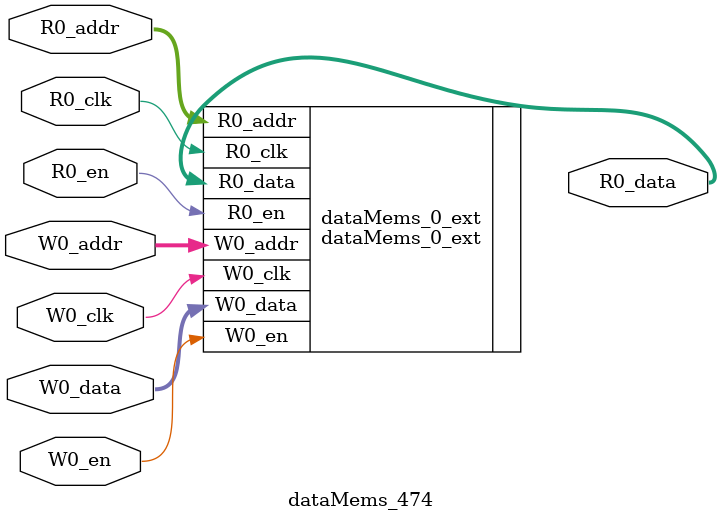
<source format=sv>
`ifndef RANDOMIZE
  `ifdef RANDOMIZE_REG_INIT
    `define RANDOMIZE
  `endif // RANDOMIZE_REG_INIT
`endif // not def RANDOMIZE
`ifndef RANDOMIZE
  `ifdef RANDOMIZE_MEM_INIT
    `define RANDOMIZE
  `endif // RANDOMIZE_MEM_INIT
`endif // not def RANDOMIZE

`ifndef RANDOM
  `define RANDOM $random
`endif // not def RANDOM

// Users can define 'PRINTF_COND' to add an extra gate to prints.
`ifndef PRINTF_COND_
  `ifdef PRINTF_COND
    `define PRINTF_COND_ (`PRINTF_COND)
  `else  // PRINTF_COND
    `define PRINTF_COND_ 1
  `endif // PRINTF_COND
`endif // not def PRINTF_COND_

// Users can define 'ASSERT_VERBOSE_COND' to add an extra gate to assert error printing.
`ifndef ASSERT_VERBOSE_COND_
  `ifdef ASSERT_VERBOSE_COND
    `define ASSERT_VERBOSE_COND_ (`ASSERT_VERBOSE_COND)
  `else  // ASSERT_VERBOSE_COND
    `define ASSERT_VERBOSE_COND_ 1
  `endif // ASSERT_VERBOSE_COND
`endif // not def ASSERT_VERBOSE_COND_

// Users can define 'STOP_COND' to add an extra gate to stop conditions.
`ifndef STOP_COND_
  `ifdef STOP_COND
    `define STOP_COND_ (`STOP_COND)
  `else  // STOP_COND
    `define STOP_COND_ 1
  `endif // STOP_COND
`endif // not def STOP_COND_

// Users can define INIT_RANDOM as general code that gets injected into the
// initializer block for modules with registers.
`ifndef INIT_RANDOM
  `define INIT_RANDOM
`endif // not def INIT_RANDOM

// If using random initialization, you can also define RANDOMIZE_DELAY to
// customize the delay used, otherwise 0.002 is used.
`ifndef RANDOMIZE_DELAY
  `define RANDOMIZE_DELAY 0.002
`endif // not def RANDOMIZE_DELAY

// Define INIT_RANDOM_PROLOG_ for use in our modules below.
`ifndef INIT_RANDOM_PROLOG_
  `ifdef RANDOMIZE
    `ifdef VERILATOR
      `define INIT_RANDOM_PROLOG_ `INIT_RANDOM
    `else  // VERILATOR
      `define INIT_RANDOM_PROLOG_ `INIT_RANDOM #`RANDOMIZE_DELAY begin end
    `endif // VERILATOR
  `else  // RANDOMIZE
    `define INIT_RANDOM_PROLOG_
  `endif // RANDOMIZE
`endif // not def INIT_RANDOM_PROLOG_

// Include register initializers in init blocks unless synthesis is set
`ifndef SYNTHESIS
  `ifndef ENABLE_INITIAL_REG_
    `define ENABLE_INITIAL_REG_
  `endif // not def ENABLE_INITIAL_REG_
`endif // not def SYNTHESIS

// Include rmemory initializers in init blocks unless synthesis is set
`ifndef SYNTHESIS
  `ifndef ENABLE_INITIAL_MEM_
    `define ENABLE_INITIAL_MEM_
  `endif // not def ENABLE_INITIAL_MEM_
`endif // not def SYNTHESIS

module dataMems_474(	// @[generators/ara/src/main/scala/UnsafeAXI4ToTL.scala:365:62]
  input  [4:0]  R0_addr,
  input         R0_en,
  input         R0_clk,
  output [66:0] R0_data,
  input  [4:0]  W0_addr,
  input         W0_en,
  input         W0_clk,
  input  [66:0] W0_data
);

  dataMems_0_ext dataMems_0_ext (	// @[generators/ara/src/main/scala/UnsafeAXI4ToTL.scala:365:62]
    .R0_addr (R0_addr),
    .R0_en   (R0_en),
    .R0_clk  (R0_clk),
    .R0_data (R0_data),
    .W0_addr (W0_addr),
    .W0_en   (W0_en),
    .W0_clk  (W0_clk),
    .W0_data (W0_data)
  );
endmodule


</source>
